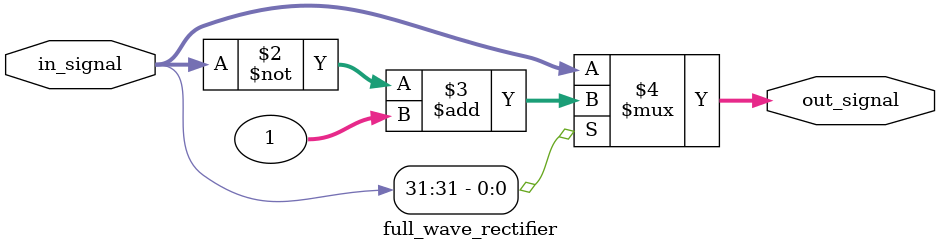
<source format=v>
module full_wave_rectifier (
    input signed [31:0] in_signal,   // 32-bit signed input
    output signed [31:0] out_signal  // 32-bit signed output
);

    // take absolute value
    assign out_signal = (in_signal[31] == 1) ? (~in_signal + 1) : in_signal;

endmodule
</source>
